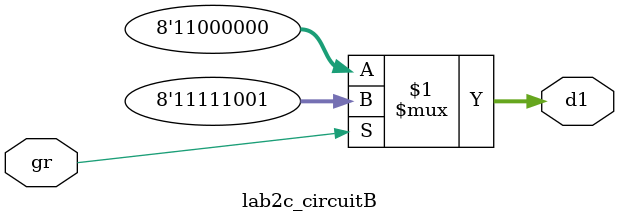
<source format=v>
module lab2c_circuitB(
    input gr,
    output [7:0] d1
);


assign d1 = gr? 8'b11111001 : 8'b11000000;

endmodule
</source>
